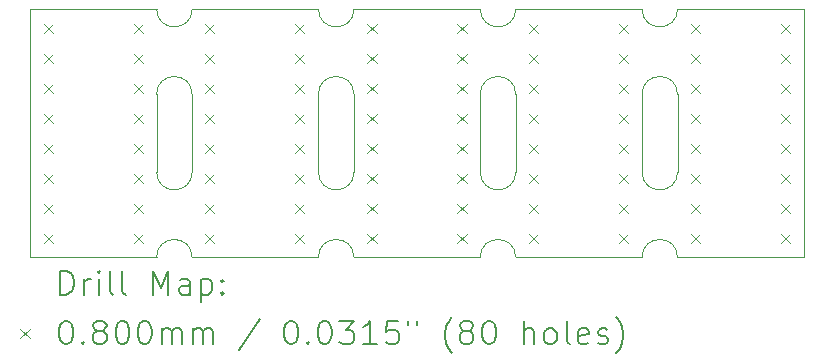
<source format=gbr>
%TF.GenerationSoftware,KiCad,Pcbnew,7.0.11*%
%TF.CreationDate,2024-10-23T23:44:57+03:00*%
%TF.ProjectId,rndip16,726e6469-7031-4362-9e6b-696361645f70,rev?*%
%TF.SameCoordinates,Original*%
%TF.FileFunction,Drillmap*%
%TF.FilePolarity,Positive*%
%FSLAX45Y45*%
G04 Gerber Fmt 4.5, Leading zero omitted, Abs format (unit mm)*
G04 Created by KiCad (PCBNEW 7.0.11) date 2024-10-23 23:44:57*
%MOMM*%
%LPD*%
G01*
G04 APERTURE LIST*
%ADD10C,0.100000*%
%ADD11C,0.200000*%
G04 APERTURE END LIST*
D10*
X11950000Y-6690000D02*
X10880000Y-6690000D01*
X10880000Y-4590000D02*
X11950000Y-4590000D01*
X11950000Y-6690000D02*
X11950000Y-4590000D01*
X10580000Y-6690000D02*
X9510000Y-6690000D01*
X9510000Y-4590000D02*
X10580000Y-4590000D01*
X10580000Y-5970000D02*
X10580000Y-5310000D01*
X10880000Y-5310000D02*
X10880000Y-5970000D01*
X9510000Y-5310000D02*
X9510000Y-5970000D01*
X9210000Y-6690000D02*
X8140000Y-6690000D01*
X8140000Y-4590000D02*
X9210000Y-4590000D01*
X9210000Y-5970000D02*
X9210000Y-5310000D01*
X6470000Y-5970000D02*
X6470000Y-5310000D01*
X6770000Y-5310000D02*
X6770000Y-5970000D01*
X5400000Y-6690000D02*
X5400000Y-4590000D01*
X6470000Y-6690000D02*
X5400000Y-6690000D01*
X5400000Y-4590000D02*
X6470000Y-4590000D01*
X7840000Y-5970000D02*
X7840000Y-5310000D01*
X6770000Y-4590000D02*
X7840000Y-4590000D01*
X7840000Y-6690000D02*
X6770000Y-6690000D01*
X8140000Y-5310000D02*
X8140000Y-5970000D01*
X10880000Y-5310000D02*
G75*
G03*
X10580000Y-5310000I-150000J0D01*
G01*
X10580000Y-4590000D02*
G75*
G03*
X10880000Y-4590000I150000J0D01*
G01*
X10880000Y-6690000D02*
G75*
G03*
X10580000Y-6690000I-150000J0D01*
G01*
X10580000Y-5970000D02*
G75*
G03*
X10880000Y-5970000I150000J0D01*
G01*
X9510000Y-5310000D02*
G75*
G03*
X9210000Y-5310000I-150000J0D01*
G01*
X9210000Y-4590000D02*
G75*
G03*
X9510000Y-4590000I150000J0D01*
G01*
X9510000Y-6690000D02*
G75*
G03*
X9210000Y-6690000I-150000J0D01*
G01*
X9210000Y-5970000D02*
G75*
G03*
X9510000Y-5970000I150000J0D01*
G01*
X6770000Y-6690000D02*
G75*
G03*
X6470000Y-6690000I-150000J0D01*
G01*
X6470000Y-5970000D02*
G75*
G03*
X6770000Y-5970000I150000J0D01*
G01*
X6770000Y-5310000D02*
G75*
G03*
X6470000Y-5310000I-150000J0D01*
G01*
X6470000Y-4590000D02*
G75*
G03*
X6770000Y-4590000I150000J0D01*
G01*
X7840000Y-5970000D02*
G75*
G03*
X8140000Y-5970000I150000J0D01*
G01*
X8140000Y-6690000D02*
G75*
G03*
X7840000Y-6690000I-150000J0D01*
G01*
X7840000Y-4590000D02*
G75*
G03*
X8140000Y-4590000I150000J0D01*
G01*
X8140000Y-5310000D02*
G75*
G03*
X7840000Y-5310000I-150000J0D01*
G01*
D11*
D10*
X5515000Y-4715000D02*
X5595000Y-4795000D01*
X5595000Y-4715000D02*
X5515000Y-4795000D01*
X5515000Y-4969000D02*
X5595000Y-5049000D01*
X5595000Y-4969000D02*
X5515000Y-5049000D01*
X5515000Y-5223000D02*
X5595000Y-5303000D01*
X5595000Y-5223000D02*
X5515000Y-5303000D01*
X5515000Y-5477000D02*
X5595000Y-5557000D01*
X5595000Y-5477000D02*
X5515000Y-5557000D01*
X5515000Y-5731000D02*
X5595000Y-5811000D01*
X5595000Y-5731000D02*
X5515000Y-5811000D01*
X5515000Y-5985000D02*
X5595000Y-6065000D01*
X5595000Y-5985000D02*
X5515000Y-6065000D01*
X5515000Y-6239000D02*
X5595000Y-6319000D01*
X5595000Y-6239000D02*
X5515000Y-6319000D01*
X5515000Y-6493000D02*
X5595000Y-6573000D01*
X5595000Y-6493000D02*
X5515000Y-6573000D01*
X6277000Y-4715000D02*
X6357000Y-4795000D01*
X6357000Y-4715000D02*
X6277000Y-4795000D01*
X6277000Y-4969000D02*
X6357000Y-5049000D01*
X6357000Y-4969000D02*
X6277000Y-5049000D01*
X6277000Y-5223000D02*
X6357000Y-5303000D01*
X6357000Y-5223000D02*
X6277000Y-5303000D01*
X6277000Y-5477000D02*
X6357000Y-5557000D01*
X6357000Y-5477000D02*
X6277000Y-5557000D01*
X6277000Y-5731000D02*
X6357000Y-5811000D01*
X6357000Y-5731000D02*
X6277000Y-5811000D01*
X6277000Y-5985000D02*
X6357000Y-6065000D01*
X6357000Y-5985000D02*
X6277000Y-6065000D01*
X6277000Y-6239000D02*
X6357000Y-6319000D01*
X6357000Y-6239000D02*
X6277000Y-6319000D01*
X6277000Y-6493000D02*
X6357000Y-6573000D01*
X6357000Y-6493000D02*
X6277000Y-6573000D01*
X6878000Y-4712500D02*
X6958000Y-4792500D01*
X6958000Y-4712500D02*
X6878000Y-4792500D01*
X6878000Y-4966500D02*
X6958000Y-5046500D01*
X6958000Y-4966500D02*
X6878000Y-5046500D01*
X6878000Y-5220500D02*
X6958000Y-5300500D01*
X6958000Y-5220500D02*
X6878000Y-5300500D01*
X6878000Y-5474500D02*
X6958000Y-5554500D01*
X6958000Y-5474500D02*
X6878000Y-5554500D01*
X6878000Y-5728500D02*
X6958000Y-5808500D01*
X6958000Y-5728500D02*
X6878000Y-5808500D01*
X6878000Y-5982500D02*
X6958000Y-6062500D01*
X6958000Y-5982500D02*
X6878000Y-6062500D01*
X6878000Y-6236500D02*
X6958000Y-6316500D01*
X6958000Y-6236500D02*
X6878000Y-6316500D01*
X6878000Y-6490500D02*
X6958000Y-6570500D01*
X6958000Y-6490500D02*
X6878000Y-6570500D01*
X7640000Y-4712500D02*
X7720000Y-4792500D01*
X7720000Y-4712500D02*
X7640000Y-4792500D01*
X7640000Y-4966500D02*
X7720000Y-5046500D01*
X7720000Y-4966500D02*
X7640000Y-5046500D01*
X7640000Y-5220500D02*
X7720000Y-5300500D01*
X7720000Y-5220500D02*
X7640000Y-5300500D01*
X7640000Y-5474500D02*
X7720000Y-5554500D01*
X7720000Y-5474500D02*
X7640000Y-5554500D01*
X7640000Y-5728500D02*
X7720000Y-5808500D01*
X7720000Y-5728500D02*
X7640000Y-5808500D01*
X7640000Y-5982500D02*
X7720000Y-6062500D01*
X7720000Y-5982500D02*
X7640000Y-6062500D01*
X7640000Y-6236500D02*
X7720000Y-6316500D01*
X7720000Y-6236500D02*
X7640000Y-6316500D01*
X7640000Y-6490500D02*
X7720000Y-6570500D01*
X7720000Y-6490500D02*
X7640000Y-6570500D01*
X8253100Y-4712340D02*
X8333100Y-4792340D01*
X8333100Y-4712340D02*
X8253100Y-4792340D01*
X8253100Y-4966340D02*
X8333100Y-5046340D01*
X8333100Y-4966340D02*
X8253100Y-5046340D01*
X8253100Y-5220340D02*
X8333100Y-5300340D01*
X8333100Y-5220340D02*
X8253100Y-5300340D01*
X8253100Y-5474340D02*
X8333100Y-5554340D01*
X8333100Y-5474340D02*
X8253100Y-5554340D01*
X8253100Y-5728340D02*
X8333100Y-5808340D01*
X8333100Y-5728340D02*
X8253100Y-5808340D01*
X8253100Y-5982340D02*
X8333100Y-6062340D01*
X8333100Y-5982340D02*
X8253100Y-6062340D01*
X8253100Y-6236340D02*
X8333100Y-6316340D01*
X8333100Y-6236340D02*
X8253100Y-6316340D01*
X8253100Y-6490340D02*
X8333100Y-6570340D01*
X8333100Y-6490340D02*
X8253100Y-6570340D01*
X9015100Y-4712340D02*
X9095100Y-4792340D01*
X9095100Y-4712340D02*
X9015100Y-4792340D01*
X9015100Y-4966340D02*
X9095100Y-5046340D01*
X9095100Y-4966340D02*
X9015100Y-5046340D01*
X9015100Y-5220340D02*
X9095100Y-5300340D01*
X9095100Y-5220340D02*
X9015100Y-5300340D01*
X9015100Y-5474340D02*
X9095100Y-5554340D01*
X9095100Y-5474340D02*
X9015100Y-5554340D01*
X9015100Y-5728340D02*
X9095100Y-5808340D01*
X9095100Y-5728340D02*
X9015100Y-5808340D01*
X9015100Y-5982340D02*
X9095100Y-6062340D01*
X9095100Y-5982340D02*
X9015100Y-6062340D01*
X9015100Y-6236340D02*
X9095100Y-6316340D01*
X9095100Y-6236340D02*
X9015100Y-6316340D01*
X9015100Y-6490340D02*
X9095100Y-6570340D01*
X9095100Y-6490340D02*
X9015100Y-6570340D01*
X9621329Y-4712500D02*
X9701329Y-4792500D01*
X9701329Y-4712500D02*
X9621329Y-4792500D01*
X9621329Y-4966500D02*
X9701329Y-5046500D01*
X9701329Y-4966500D02*
X9621329Y-5046500D01*
X9621329Y-5220500D02*
X9701329Y-5300500D01*
X9701329Y-5220500D02*
X9621329Y-5300500D01*
X9621329Y-5474500D02*
X9701329Y-5554500D01*
X9701329Y-5474500D02*
X9621329Y-5554500D01*
X9621329Y-5728500D02*
X9701329Y-5808500D01*
X9701329Y-5728500D02*
X9621329Y-5808500D01*
X9621329Y-5982500D02*
X9701329Y-6062500D01*
X9701329Y-5982500D02*
X9621329Y-6062500D01*
X9621329Y-6236500D02*
X9701329Y-6316500D01*
X9701329Y-6236500D02*
X9621329Y-6316500D01*
X9621329Y-6490500D02*
X9701329Y-6570500D01*
X9701329Y-6490500D02*
X9621329Y-6570500D01*
X10383329Y-4712500D02*
X10463329Y-4792500D01*
X10463329Y-4712500D02*
X10383329Y-4792500D01*
X10383329Y-4966500D02*
X10463329Y-5046500D01*
X10463329Y-4966500D02*
X10383329Y-5046500D01*
X10383329Y-5220500D02*
X10463329Y-5300500D01*
X10463329Y-5220500D02*
X10383329Y-5300500D01*
X10383329Y-5474500D02*
X10463329Y-5554500D01*
X10463329Y-5474500D02*
X10383329Y-5554500D01*
X10383329Y-5728500D02*
X10463329Y-5808500D01*
X10463329Y-5728500D02*
X10383329Y-5808500D01*
X10383329Y-5982500D02*
X10463329Y-6062500D01*
X10463329Y-5982500D02*
X10383329Y-6062500D01*
X10383329Y-6236500D02*
X10463329Y-6316500D01*
X10463329Y-6236500D02*
X10383329Y-6316500D01*
X10383329Y-6490500D02*
X10463329Y-6570500D01*
X10463329Y-6490500D02*
X10383329Y-6570500D01*
X10993860Y-4712340D02*
X11073860Y-4792340D01*
X11073860Y-4712340D02*
X10993860Y-4792340D01*
X10993860Y-4966340D02*
X11073860Y-5046340D01*
X11073860Y-4966340D02*
X10993860Y-5046340D01*
X10993860Y-5220340D02*
X11073860Y-5300340D01*
X11073860Y-5220340D02*
X10993860Y-5300340D01*
X10993860Y-5474340D02*
X11073860Y-5554340D01*
X11073860Y-5474340D02*
X10993860Y-5554340D01*
X10993860Y-5728340D02*
X11073860Y-5808340D01*
X11073860Y-5728340D02*
X10993860Y-5808340D01*
X10993860Y-5982340D02*
X11073860Y-6062340D01*
X11073860Y-5982340D02*
X10993860Y-6062340D01*
X10993860Y-6236340D02*
X11073860Y-6316340D01*
X11073860Y-6236340D02*
X10993860Y-6316340D01*
X10993860Y-6490340D02*
X11073860Y-6570340D01*
X11073860Y-6490340D02*
X10993860Y-6570340D01*
X11755860Y-4712340D02*
X11835860Y-4792340D01*
X11835860Y-4712340D02*
X11755860Y-4792340D01*
X11755860Y-4966340D02*
X11835860Y-5046340D01*
X11835860Y-4966340D02*
X11755860Y-5046340D01*
X11755860Y-5220340D02*
X11835860Y-5300340D01*
X11835860Y-5220340D02*
X11755860Y-5300340D01*
X11755860Y-5474340D02*
X11835860Y-5554340D01*
X11835860Y-5474340D02*
X11755860Y-5554340D01*
X11755860Y-5728340D02*
X11835860Y-5808340D01*
X11835860Y-5728340D02*
X11755860Y-5808340D01*
X11755860Y-5982340D02*
X11835860Y-6062340D01*
X11835860Y-5982340D02*
X11755860Y-6062340D01*
X11755860Y-6236340D02*
X11835860Y-6316340D01*
X11835860Y-6236340D02*
X11755860Y-6316340D01*
X11755860Y-6490340D02*
X11835860Y-6570340D01*
X11835860Y-6490340D02*
X11755860Y-6570340D01*
D11*
X5655777Y-7006484D02*
X5655777Y-6806484D01*
X5655777Y-6806484D02*
X5703396Y-6806484D01*
X5703396Y-6806484D02*
X5731967Y-6816008D01*
X5731967Y-6816008D02*
X5751015Y-6835055D01*
X5751015Y-6835055D02*
X5760539Y-6854103D01*
X5760539Y-6854103D02*
X5770062Y-6892198D01*
X5770062Y-6892198D02*
X5770062Y-6920769D01*
X5770062Y-6920769D02*
X5760539Y-6958865D01*
X5760539Y-6958865D02*
X5751015Y-6977912D01*
X5751015Y-6977912D02*
X5731967Y-6996960D01*
X5731967Y-6996960D02*
X5703396Y-7006484D01*
X5703396Y-7006484D02*
X5655777Y-7006484D01*
X5855777Y-7006484D02*
X5855777Y-6873150D01*
X5855777Y-6911246D02*
X5865301Y-6892198D01*
X5865301Y-6892198D02*
X5874824Y-6882674D01*
X5874824Y-6882674D02*
X5893872Y-6873150D01*
X5893872Y-6873150D02*
X5912920Y-6873150D01*
X5979586Y-7006484D02*
X5979586Y-6873150D01*
X5979586Y-6806484D02*
X5970062Y-6816008D01*
X5970062Y-6816008D02*
X5979586Y-6825531D01*
X5979586Y-6825531D02*
X5989110Y-6816008D01*
X5989110Y-6816008D02*
X5979586Y-6806484D01*
X5979586Y-6806484D02*
X5979586Y-6825531D01*
X6103396Y-7006484D02*
X6084348Y-6996960D01*
X6084348Y-6996960D02*
X6074824Y-6977912D01*
X6074824Y-6977912D02*
X6074824Y-6806484D01*
X6208158Y-7006484D02*
X6189110Y-6996960D01*
X6189110Y-6996960D02*
X6179586Y-6977912D01*
X6179586Y-6977912D02*
X6179586Y-6806484D01*
X6436729Y-7006484D02*
X6436729Y-6806484D01*
X6436729Y-6806484D02*
X6503396Y-6949341D01*
X6503396Y-6949341D02*
X6570062Y-6806484D01*
X6570062Y-6806484D02*
X6570062Y-7006484D01*
X6751015Y-7006484D02*
X6751015Y-6901722D01*
X6751015Y-6901722D02*
X6741491Y-6882674D01*
X6741491Y-6882674D02*
X6722443Y-6873150D01*
X6722443Y-6873150D02*
X6684348Y-6873150D01*
X6684348Y-6873150D02*
X6665301Y-6882674D01*
X6751015Y-6996960D02*
X6731967Y-7006484D01*
X6731967Y-7006484D02*
X6684348Y-7006484D01*
X6684348Y-7006484D02*
X6665301Y-6996960D01*
X6665301Y-6996960D02*
X6655777Y-6977912D01*
X6655777Y-6977912D02*
X6655777Y-6958865D01*
X6655777Y-6958865D02*
X6665301Y-6939817D01*
X6665301Y-6939817D02*
X6684348Y-6930293D01*
X6684348Y-6930293D02*
X6731967Y-6930293D01*
X6731967Y-6930293D02*
X6751015Y-6920769D01*
X6846253Y-6873150D02*
X6846253Y-7073150D01*
X6846253Y-6882674D02*
X6865301Y-6873150D01*
X6865301Y-6873150D02*
X6903396Y-6873150D01*
X6903396Y-6873150D02*
X6922443Y-6882674D01*
X6922443Y-6882674D02*
X6931967Y-6892198D01*
X6931967Y-6892198D02*
X6941491Y-6911246D01*
X6941491Y-6911246D02*
X6941491Y-6968388D01*
X6941491Y-6968388D02*
X6931967Y-6987436D01*
X6931967Y-6987436D02*
X6922443Y-6996960D01*
X6922443Y-6996960D02*
X6903396Y-7006484D01*
X6903396Y-7006484D02*
X6865301Y-7006484D01*
X6865301Y-7006484D02*
X6846253Y-6996960D01*
X7027205Y-6987436D02*
X7036729Y-6996960D01*
X7036729Y-6996960D02*
X7027205Y-7006484D01*
X7027205Y-7006484D02*
X7017682Y-6996960D01*
X7017682Y-6996960D02*
X7027205Y-6987436D01*
X7027205Y-6987436D02*
X7027205Y-7006484D01*
X7027205Y-6882674D02*
X7036729Y-6892198D01*
X7036729Y-6892198D02*
X7027205Y-6901722D01*
X7027205Y-6901722D02*
X7017682Y-6892198D01*
X7017682Y-6892198D02*
X7027205Y-6882674D01*
X7027205Y-6882674D02*
X7027205Y-6901722D01*
D10*
X5315000Y-7295000D02*
X5395000Y-7375000D01*
X5395000Y-7295000D02*
X5315000Y-7375000D01*
D11*
X5693872Y-7226484D02*
X5712920Y-7226484D01*
X5712920Y-7226484D02*
X5731967Y-7236008D01*
X5731967Y-7236008D02*
X5741491Y-7245531D01*
X5741491Y-7245531D02*
X5751015Y-7264579D01*
X5751015Y-7264579D02*
X5760539Y-7302674D01*
X5760539Y-7302674D02*
X5760539Y-7350293D01*
X5760539Y-7350293D02*
X5751015Y-7388388D01*
X5751015Y-7388388D02*
X5741491Y-7407436D01*
X5741491Y-7407436D02*
X5731967Y-7416960D01*
X5731967Y-7416960D02*
X5712920Y-7426484D01*
X5712920Y-7426484D02*
X5693872Y-7426484D01*
X5693872Y-7426484D02*
X5674824Y-7416960D01*
X5674824Y-7416960D02*
X5665301Y-7407436D01*
X5665301Y-7407436D02*
X5655777Y-7388388D01*
X5655777Y-7388388D02*
X5646253Y-7350293D01*
X5646253Y-7350293D02*
X5646253Y-7302674D01*
X5646253Y-7302674D02*
X5655777Y-7264579D01*
X5655777Y-7264579D02*
X5665301Y-7245531D01*
X5665301Y-7245531D02*
X5674824Y-7236008D01*
X5674824Y-7236008D02*
X5693872Y-7226484D01*
X5846253Y-7407436D02*
X5855777Y-7416960D01*
X5855777Y-7416960D02*
X5846253Y-7426484D01*
X5846253Y-7426484D02*
X5836729Y-7416960D01*
X5836729Y-7416960D02*
X5846253Y-7407436D01*
X5846253Y-7407436D02*
X5846253Y-7426484D01*
X5970062Y-7312198D02*
X5951015Y-7302674D01*
X5951015Y-7302674D02*
X5941491Y-7293150D01*
X5941491Y-7293150D02*
X5931967Y-7274103D01*
X5931967Y-7274103D02*
X5931967Y-7264579D01*
X5931967Y-7264579D02*
X5941491Y-7245531D01*
X5941491Y-7245531D02*
X5951015Y-7236008D01*
X5951015Y-7236008D02*
X5970062Y-7226484D01*
X5970062Y-7226484D02*
X6008158Y-7226484D01*
X6008158Y-7226484D02*
X6027205Y-7236008D01*
X6027205Y-7236008D02*
X6036729Y-7245531D01*
X6036729Y-7245531D02*
X6046253Y-7264579D01*
X6046253Y-7264579D02*
X6046253Y-7274103D01*
X6046253Y-7274103D02*
X6036729Y-7293150D01*
X6036729Y-7293150D02*
X6027205Y-7302674D01*
X6027205Y-7302674D02*
X6008158Y-7312198D01*
X6008158Y-7312198D02*
X5970062Y-7312198D01*
X5970062Y-7312198D02*
X5951015Y-7321722D01*
X5951015Y-7321722D02*
X5941491Y-7331246D01*
X5941491Y-7331246D02*
X5931967Y-7350293D01*
X5931967Y-7350293D02*
X5931967Y-7388388D01*
X5931967Y-7388388D02*
X5941491Y-7407436D01*
X5941491Y-7407436D02*
X5951015Y-7416960D01*
X5951015Y-7416960D02*
X5970062Y-7426484D01*
X5970062Y-7426484D02*
X6008158Y-7426484D01*
X6008158Y-7426484D02*
X6027205Y-7416960D01*
X6027205Y-7416960D02*
X6036729Y-7407436D01*
X6036729Y-7407436D02*
X6046253Y-7388388D01*
X6046253Y-7388388D02*
X6046253Y-7350293D01*
X6046253Y-7350293D02*
X6036729Y-7331246D01*
X6036729Y-7331246D02*
X6027205Y-7321722D01*
X6027205Y-7321722D02*
X6008158Y-7312198D01*
X6170062Y-7226484D02*
X6189110Y-7226484D01*
X6189110Y-7226484D02*
X6208158Y-7236008D01*
X6208158Y-7236008D02*
X6217682Y-7245531D01*
X6217682Y-7245531D02*
X6227205Y-7264579D01*
X6227205Y-7264579D02*
X6236729Y-7302674D01*
X6236729Y-7302674D02*
X6236729Y-7350293D01*
X6236729Y-7350293D02*
X6227205Y-7388388D01*
X6227205Y-7388388D02*
X6217682Y-7407436D01*
X6217682Y-7407436D02*
X6208158Y-7416960D01*
X6208158Y-7416960D02*
X6189110Y-7426484D01*
X6189110Y-7426484D02*
X6170062Y-7426484D01*
X6170062Y-7426484D02*
X6151015Y-7416960D01*
X6151015Y-7416960D02*
X6141491Y-7407436D01*
X6141491Y-7407436D02*
X6131967Y-7388388D01*
X6131967Y-7388388D02*
X6122443Y-7350293D01*
X6122443Y-7350293D02*
X6122443Y-7302674D01*
X6122443Y-7302674D02*
X6131967Y-7264579D01*
X6131967Y-7264579D02*
X6141491Y-7245531D01*
X6141491Y-7245531D02*
X6151015Y-7236008D01*
X6151015Y-7236008D02*
X6170062Y-7226484D01*
X6360539Y-7226484D02*
X6379586Y-7226484D01*
X6379586Y-7226484D02*
X6398634Y-7236008D01*
X6398634Y-7236008D02*
X6408158Y-7245531D01*
X6408158Y-7245531D02*
X6417682Y-7264579D01*
X6417682Y-7264579D02*
X6427205Y-7302674D01*
X6427205Y-7302674D02*
X6427205Y-7350293D01*
X6427205Y-7350293D02*
X6417682Y-7388388D01*
X6417682Y-7388388D02*
X6408158Y-7407436D01*
X6408158Y-7407436D02*
X6398634Y-7416960D01*
X6398634Y-7416960D02*
X6379586Y-7426484D01*
X6379586Y-7426484D02*
X6360539Y-7426484D01*
X6360539Y-7426484D02*
X6341491Y-7416960D01*
X6341491Y-7416960D02*
X6331967Y-7407436D01*
X6331967Y-7407436D02*
X6322443Y-7388388D01*
X6322443Y-7388388D02*
X6312920Y-7350293D01*
X6312920Y-7350293D02*
X6312920Y-7302674D01*
X6312920Y-7302674D02*
X6322443Y-7264579D01*
X6322443Y-7264579D02*
X6331967Y-7245531D01*
X6331967Y-7245531D02*
X6341491Y-7236008D01*
X6341491Y-7236008D02*
X6360539Y-7226484D01*
X6512920Y-7426484D02*
X6512920Y-7293150D01*
X6512920Y-7312198D02*
X6522443Y-7302674D01*
X6522443Y-7302674D02*
X6541491Y-7293150D01*
X6541491Y-7293150D02*
X6570063Y-7293150D01*
X6570063Y-7293150D02*
X6589110Y-7302674D01*
X6589110Y-7302674D02*
X6598634Y-7321722D01*
X6598634Y-7321722D02*
X6598634Y-7426484D01*
X6598634Y-7321722D02*
X6608158Y-7302674D01*
X6608158Y-7302674D02*
X6627205Y-7293150D01*
X6627205Y-7293150D02*
X6655777Y-7293150D01*
X6655777Y-7293150D02*
X6674824Y-7302674D01*
X6674824Y-7302674D02*
X6684348Y-7321722D01*
X6684348Y-7321722D02*
X6684348Y-7426484D01*
X6779586Y-7426484D02*
X6779586Y-7293150D01*
X6779586Y-7312198D02*
X6789110Y-7302674D01*
X6789110Y-7302674D02*
X6808158Y-7293150D01*
X6808158Y-7293150D02*
X6836729Y-7293150D01*
X6836729Y-7293150D02*
X6855777Y-7302674D01*
X6855777Y-7302674D02*
X6865301Y-7321722D01*
X6865301Y-7321722D02*
X6865301Y-7426484D01*
X6865301Y-7321722D02*
X6874824Y-7302674D01*
X6874824Y-7302674D02*
X6893872Y-7293150D01*
X6893872Y-7293150D02*
X6922443Y-7293150D01*
X6922443Y-7293150D02*
X6941491Y-7302674D01*
X6941491Y-7302674D02*
X6951015Y-7321722D01*
X6951015Y-7321722D02*
X6951015Y-7426484D01*
X7341491Y-7216960D02*
X7170063Y-7474103D01*
X7598634Y-7226484D02*
X7617682Y-7226484D01*
X7617682Y-7226484D02*
X7636729Y-7236008D01*
X7636729Y-7236008D02*
X7646253Y-7245531D01*
X7646253Y-7245531D02*
X7655777Y-7264579D01*
X7655777Y-7264579D02*
X7665301Y-7302674D01*
X7665301Y-7302674D02*
X7665301Y-7350293D01*
X7665301Y-7350293D02*
X7655777Y-7388388D01*
X7655777Y-7388388D02*
X7646253Y-7407436D01*
X7646253Y-7407436D02*
X7636729Y-7416960D01*
X7636729Y-7416960D02*
X7617682Y-7426484D01*
X7617682Y-7426484D02*
X7598634Y-7426484D01*
X7598634Y-7426484D02*
X7579586Y-7416960D01*
X7579586Y-7416960D02*
X7570063Y-7407436D01*
X7570063Y-7407436D02*
X7560539Y-7388388D01*
X7560539Y-7388388D02*
X7551015Y-7350293D01*
X7551015Y-7350293D02*
X7551015Y-7302674D01*
X7551015Y-7302674D02*
X7560539Y-7264579D01*
X7560539Y-7264579D02*
X7570063Y-7245531D01*
X7570063Y-7245531D02*
X7579586Y-7236008D01*
X7579586Y-7236008D02*
X7598634Y-7226484D01*
X7751015Y-7407436D02*
X7760539Y-7416960D01*
X7760539Y-7416960D02*
X7751015Y-7426484D01*
X7751015Y-7426484D02*
X7741491Y-7416960D01*
X7741491Y-7416960D02*
X7751015Y-7407436D01*
X7751015Y-7407436D02*
X7751015Y-7426484D01*
X7884348Y-7226484D02*
X7903396Y-7226484D01*
X7903396Y-7226484D02*
X7922444Y-7236008D01*
X7922444Y-7236008D02*
X7931967Y-7245531D01*
X7931967Y-7245531D02*
X7941491Y-7264579D01*
X7941491Y-7264579D02*
X7951015Y-7302674D01*
X7951015Y-7302674D02*
X7951015Y-7350293D01*
X7951015Y-7350293D02*
X7941491Y-7388388D01*
X7941491Y-7388388D02*
X7931967Y-7407436D01*
X7931967Y-7407436D02*
X7922444Y-7416960D01*
X7922444Y-7416960D02*
X7903396Y-7426484D01*
X7903396Y-7426484D02*
X7884348Y-7426484D01*
X7884348Y-7426484D02*
X7865301Y-7416960D01*
X7865301Y-7416960D02*
X7855777Y-7407436D01*
X7855777Y-7407436D02*
X7846253Y-7388388D01*
X7846253Y-7388388D02*
X7836729Y-7350293D01*
X7836729Y-7350293D02*
X7836729Y-7302674D01*
X7836729Y-7302674D02*
X7846253Y-7264579D01*
X7846253Y-7264579D02*
X7855777Y-7245531D01*
X7855777Y-7245531D02*
X7865301Y-7236008D01*
X7865301Y-7236008D02*
X7884348Y-7226484D01*
X8017682Y-7226484D02*
X8141491Y-7226484D01*
X8141491Y-7226484D02*
X8074825Y-7302674D01*
X8074825Y-7302674D02*
X8103396Y-7302674D01*
X8103396Y-7302674D02*
X8122444Y-7312198D01*
X8122444Y-7312198D02*
X8131967Y-7321722D01*
X8131967Y-7321722D02*
X8141491Y-7340769D01*
X8141491Y-7340769D02*
X8141491Y-7388388D01*
X8141491Y-7388388D02*
X8131967Y-7407436D01*
X8131967Y-7407436D02*
X8122444Y-7416960D01*
X8122444Y-7416960D02*
X8103396Y-7426484D01*
X8103396Y-7426484D02*
X8046253Y-7426484D01*
X8046253Y-7426484D02*
X8027206Y-7416960D01*
X8027206Y-7416960D02*
X8017682Y-7407436D01*
X8331967Y-7426484D02*
X8217682Y-7426484D01*
X8274825Y-7426484D02*
X8274825Y-7226484D01*
X8274825Y-7226484D02*
X8255777Y-7255055D01*
X8255777Y-7255055D02*
X8236729Y-7274103D01*
X8236729Y-7274103D02*
X8217682Y-7283627D01*
X8512920Y-7226484D02*
X8417682Y-7226484D01*
X8417682Y-7226484D02*
X8408158Y-7321722D01*
X8408158Y-7321722D02*
X8417682Y-7312198D01*
X8417682Y-7312198D02*
X8436729Y-7302674D01*
X8436729Y-7302674D02*
X8484349Y-7302674D01*
X8484349Y-7302674D02*
X8503396Y-7312198D01*
X8503396Y-7312198D02*
X8512920Y-7321722D01*
X8512920Y-7321722D02*
X8522444Y-7340769D01*
X8522444Y-7340769D02*
X8522444Y-7388388D01*
X8522444Y-7388388D02*
X8512920Y-7407436D01*
X8512920Y-7407436D02*
X8503396Y-7416960D01*
X8503396Y-7416960D02*
X8484349Y-7426484D01*
X8484349Y-7426484D02*
X8436729Y-7426484D01*
X8436729Y-7426484D02*
X8417682Y-7416960D01*
X8417682Y-7416960D02*
X8408158Y-7407436D01*
X8598634Y-7226484D02*
X8598634Y-7264579D01*
X8674825Y-7226484D02*
X8674825Y-7264579D01*
X8970063Y-7502674D02*
X8960539Y-7493150D01*
X8960539Y-7493150D02*
X8941491Y-7464579D01*
X8941491Y-7464579D02*
X8931968Y-7445531D01*
X8931968Y-7445531D02*
X8922444Y-7416960D01*
X8922444Y-7416960D02*
X8912920Y-7369341D01*
X8912920Y-7369341D02*
X8912920Y-7331246D01*
X8912920Y-7331246D02*
X8922444Y-7283627D01*
X8922444Y-7283627D02*
X8931968Y-7255055D01*
X8931968Y-7255055D02*
X8941491Y-7236008D01*
X8941491Y-7236008D02*
X8960539Y-7207436D01*
X8960539Y-7207436D02*
X8970063Y-7197912D01*
X9074825Y-7312198D02*
X9055777Y-7302674D01*
X9055777Y-7302674D02*
X9046253Y-7293150D01*
X9046253Y-7293150D02*
X9036730Y-7274103D01*
X9036730Y-7274103D02*
X9036730Y-7264579D01*
X9036730Y-7264579D02*
X9046253Y-7245531D01*
X9046253Y-7245531D02*
X9055777Y-7236008D01*
X9055777Y-7236008D02*
X9074825Y-7226484D01*
X9074825Y-7226484D02*
X9112920Y-7226484D01*
X9112920Y-7226484D02*
X9131968Y-7236008D01*
X9131968Y-7236008D02*
X9141491Y-7245531D01*
X9141491Y-7245531D02*
X9151015Y-7264579D01*
X9151015Y-7264579D02*
X9151015Y-7274103D01*
X9151015Y-7274103D02*
X9141491Y-7293150D01*
X9141491Y-7293150D02*
X9131968Y-7302674D01*
X9131968Y-7302674D02*
X9112920Y-7312198D01*
X9112920Y-7312198D02*
X9074825Y-7312198D01*
X9074825Y-7312198D02*
X9055777Y-7321722D01*
X9055777Y-7321722D02*
X9046253Y-7331246D01*
X9046253Y-7331246D02*
X9036730Y-7350293D01*
X9036730Y-7350293D02*
X9036730Y-7388388D01*
X9036730Y-7388388D02*
X9046253Y-7407436D01*
X9046253Y-7407436D02*
X9055777Y-7416960D01*
X9055777Y-7416960D02*
X9074825Y-7426484D01*
X9074825Y-7426484D02*
X9112920Y-7426484D01*
X9112920Y-7426484D02*
X9131968Y-7416960D01*
X9131968Y-7416960D02*
X9141491Y-7407436D01*
X9141491Y-7407436D02*
X9151015Y-7388388D01*
X9151015Y-7388388D02*
X9151015Y-7350293D01*
X9151015Y-7350293D02*
X9141491Y-7331246D01*
X9141491Y-7331246D02*
X9131968Y-7321722D01*
X9131968Y-7321722D02*
X9112920Y-7312198D01*
X9274825Y-7226484D02*
X9293872Y-7226484D01*
X9293872Y-7226484D02*
X9312920Y-7236008D01*
X9312920Y-7236008D02*
X9322444Y-7245531D01*
X9322444Y-7245531D02*
X9331968Y-7264579D01*
X9331968Y-7264579D02*
X9341491Y-7302674D01*
X9341491Y-7302674D02*
X9341491Y-7350293D01*
X9341491Y-7350293D02*
X9331968Y-7388388D01*
X9331968Y-7388388D02*
X9322444Y-7407436D01*
X9322444Y-7407436D02*
X9312920Y-7416960D01*
X9312920Y-7416960D02*
X9293872Y-7426484D01*
X9293872Y-7426484D02*
X9274825Y-7426484D01*
X9274825Y-7426484D02*
X9255777Y-7416960D01*
X9255777Y-7416960D02*
X9246253Y-7407436D01*
X9246253Y-7407436D02*
X9236730Y-7388388D01*
X9236730Y-7388388D02*
X9227206Y-7350293D01*
X9227206Y-7350293D02*
X9227206Y-7302674D01*
X9227206Y-7302674D02*
X9236730Y-7264579D01*
X9236730Y-7264579D02*
X9246253Y-7245531D01*
X9246253Y-7245531D02*
X9255777Y-7236008D01*
X9255777Y-7236008D02*
X9274825Y-7226484D01*
X9579587Y-7426484D02*
X9579587Y-7226484D01*
X9665301Y-7426484D02*
X9665301Y-7321722D01*
X9665301Y-7321722D02*
X9655777Y-7302674D01*
X9655777Y-7302674D02*
X9636730Y-7293150D01*
X9636730Y-7293150D02*
X9608158Y-7293150D01*
X9608158Y-7293150D02*
X9589111Y-7302674D01*
X9589111Y-7302674D02*
X9579587Y-7312198D01*
X9789111Y-7426484D02*
X9770063Y-7416960D01*
X9770063Y-7416960D02*
X9760539Y-7407436D01*
X9760539Y-7407436D02*
X9751015Y-7388388D01*
X9751015Y-7388388D02*
X9751015Y-7331246D01*
X9751015Y-7331246D02*
X9760539Y-7312198D01*
X9760539Y-7312198D02*
X9770063Y-7302674D01*
X9770063Y-7302674D02*
X9789111Y-7293150D01*
X9789111Y-7293150D02*
X9817682Y-7293150D01*
X9817682Y-7293150D02*
X9836730Y-7302674D01*
X9836730Y-7302674D02*
X9846253Y-7312198D01*
X9846253Y-7312198D02*
X9855777Y-7331246D01*
X9855777Y-7331246D02*
X9855777Y-7388388D01*
X9855777Y-7388388D02*
X9846253Y-7407436D01*
X9846253Y-7407436D02*
X9836730Y-7416960D01*
X9836730Y-7416960D02*
X9817682Y-7426484D01*
X9817682Y-7426484D02*
X9789111Y-7426484D01*
X9970063Y-7426484D02*
X9951015Y-7416960D01*
X9951015Y-7416960D02*
X9941492Y-7397912D01*
X9941492Y-7397912D02*
X9941492Y-7226484D01*
X10122444Y-7416960D02*
X10103396Y-7426484D01*
X10103396Y-7426484D02*
X10065301Y-7426484D01*
X10065301Y-7426484D02*
X10046253Y-7416960D01*
X10046253Y-7416960D02*
X10036730Y-7397912D01*
X10036730Y-7397912D02*
X10036730Y-7321722D01*
X10036730Y-7321722D02*
X10046253Y-7302674D01*
X10046253Y-7302674D02*
X10065301Y-7293150D01*
X10065301Y-7293150D02*
X10103396Y-7293150D01*
X10103396Y-7293150D02*
X10122444Y-7302674D01*
X10122444Y-7302674D02*
X10131968Y-7321722D01*
X10131968Y-7321722D02*
X10131968Y-7340769D01*
X10131968Y-7340769D02*
X10036730Y-7359817D01*
X10208158Y-7416960D02*
X10227206Y-7426484D01*
X10227206Y-7426484D02*
X10265301Y-7426484D01*
X10265301Y-7426484D02*
X10284349Y-7416960D01*
X10284349Y-7416960D02*
X10293873Y-7397912D01*
X10293873Y-7397912D02*
X10293873Y-7388388D01*
X10293873Y-7388388D02*
X10284349Y-7369341D01*
X10284349Y-7369341D02*
X10265301Y-7359817D01*
X10265301Y-7359817D02*
X10236730Y-7359817D01*
X10236730Y-7359817D02*
X10217682Y-7350293D01*
X10217682Y-7350293D02*
X10208158Y-7331246D01*
X10208158Y-7331246D02*
X10208158Y-7321722D01*
X10208158Y-7321722D02*
X10217682Y-7302674D01*
X10217682Y-7302674D02*
X10236730Y-7293150D01*
X10236730Y-7293150D02*
X10265301Y-7293150D01*
X10265301Y-7293150D02*
X10284349Y-7302674D01*
X10360539Y-7502674D02*
X10370063Y-7493150D01*
X10370063Y-7493150D02*
X10389111Y-7464579D01*
X10389111Y-7464579D02*
X10398634Y-7445531D01*
X10398634Y-7445531D02*
X10408158Y-7416960D01*
X10408158Y-7416960D02*
X10417682Y-7369341D01*
X10417682Y-7369341D02*
X10417682Y-7331246D01*
X10417682Y-7331246D02*
X10408158Y-7283627D01*
X10408158Y-7283627D02*
X10398634Y-7255055D01*
X10398634Y-7255055D02*
X10389111Y-7236008D01*
X10389111Y-7236008D02*
X10370063Y-7207436D01*
X10370063Y-7207436D02*
X10360539Y-7197912D01*
M02*

</source>
